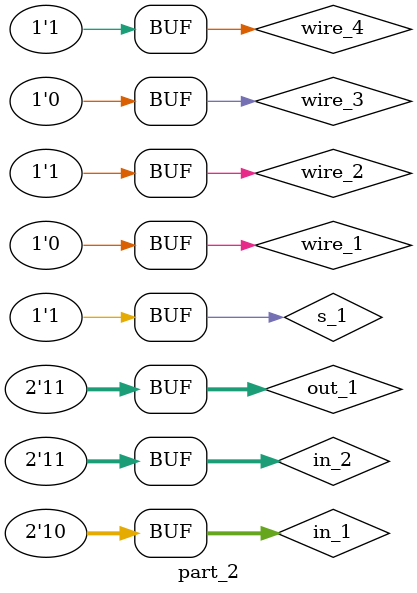
<source format=v>
`timescale 1ns / 1ps


module part_2;
    reg [0:0]s_1;
    reg [1:0]in_1;
    reg [1:0]in_2;
    
    wire [1:0]out_1;
    
    wire wire_1;
    wire wire_2;
    wire wire_3;
    wire wire_4;

    and(wire_1, in_1[0], !s_1);
    and(wire_2, in_2[0], s_1);
    or(out_1[0], wire_1, wire_2);
    
    and(wire_3, in_1[1], !s_1);
    and(wire_4, in_2[1], s_1);
    or(out_1[1], wire_3, wire_4);
initial
    begin
        in_1 = 0; in_2 = 0; s_1 = 0;
        #10 in_1 = 1;
        #10 in_1 = 1;
        #10 in_1 = 3; in_2 = 0;
        #10 in_1 = 2; in_2 = 3;
        #10 s_1 = 1;
        #10 in_1 = 1;
        #10 in_2 = 1;
        #10 in_1 = 3; in_2 = 0;
        #10 in_1 = 2; in_2 = 3;
            #20;
    end

    
endmodule

</source>
